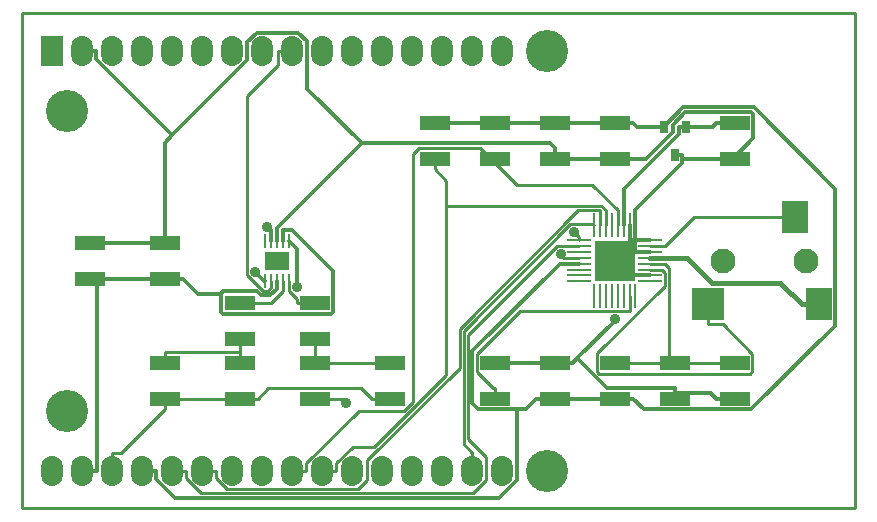
<source format=gbl>
%TF.GenerationSoftware,KiCad,Pcbnew,no-vcs-found-72d4889~60~ubuntu16.04.1*%
%TF.CreationDate,2017-10-19T13:37:08-04:00*%
%TF.ProjectId,audio_controller_3x2,617564696F5F636F6E74726F6C6C6572,1.2*%
%TF.SameCoordinates,Original*%
%TF.FileFunction,Copper,L2,Bot,Signal*%
%TF.FilePolarity,Positive*%
%FSLAX46Y46*%
G04 Gerber Fmt 4.6, Leading zero omitted, Abs format (unit mm)*
G04 Created by KiCad (PCBNEW no-vcs-found-72d4889~60~ubuntu16.04.1) date Thu Oct 19 13:37:08 2017*
%MOMM*%
%LPD*%
G01*
G04 APERTURE LIST*
%TA.AperFunction,NonConductor*%
%ADD10C,0.228600*%
%TD*%
%TA.AperFunction,SMDPad,CuDef*%
%ADD11R,0.250000X1.200000*%
%TD*%
%TA.AperFunction,SMDPad,CuDef*%
%ADD12R,2.000000X1.600000*%
%TD*%
%TA.AperFunction,ComponentPad*%
%ADD13C,3.556000*%
%TD*%
%TA.AperFunction,ComponentPad*%
%ADD14O,1.854200X2.540000*%
%TD*%
%TA.AperFunction,ComponentPad*%
%ADD15R,1.854200X2.540000*%
%TD*%
%TA.AperFunction,ComponentPad*%
%ADD16R,3.400000X3.400000*%
%TD*%
%TA.AperFunction,SMDPad,CuDef*%
%ADD17R,0.250000X2.000000*%
%TD*%
%TA.AperFunction,SMDPad,CuDef*%
%ADD18R,2.000000X0.250000*%
%TD*%
%TA.AperFunction,SMDPad,CuDef*%
%ADD19R,2.540000X1.270000*%
%TD*%
%TA.AperFunction,ComponentPad*%
%ADD20C,2.100000*%
%TD*%
%TA.AperFunction,SMDPad,CuDef*%
%ADD21R,2.800000X2.800000*%
%TD*%
%TA.AperFunction,SMDPad,CuDef*%
%ADD22R,2.200000X2.800000*%
%TD*%
%TA.AperFunction,SMDPad,CuDef*%
%ADD23R,0.701040X1.000760*%
%TD*%
%TA.AperFunction,ViaPad*%
%ADD24C,0.889000*%
%TD*%
%TA.AperFunction,Conductor*%
%ADD25C,0.304800*%
%TD*%
%TA.AperFunction,Conductor*%
%ADD26C,0.254000*%
%TD*%
%TA.AperFunction,Conductor*%
%ADD27C,0.355600*%
%TD*%
%TA.AperFunction,Conductor*%
%ADD28C,0.406400*%
%TD*%
G04 APERTURE END LIST*
D10*
X156210000Y-67945000D02*
X85725000Y-67945000D01*
X156210000Y-109855000D02*
X156210000Y-67945000D01*
X85725000Y-109855000D02*
X156210000Y-109855000D01*
X85725000Y-67945000D02*
X85725000Y-109855000D01*
D11*
%TO.P,U3,1*%
%TO.N,Net-(C10-Pad2)*%
X108315000Y-90600000D03*
%TO.P,U3,2*%
%TO.N,Net-(C11-Pad2)*%
X107815000Y-90600000D03*
%TO.P,U3,3*%
%TO.N,VEE*%
X107315000Y-90600000D03*
%TO.P,U3,4*%
%TO.N,/PCB_SPEAKER_ENABLE*%
X106815000Y-90600000D03*
%TO.P,U3,5*%
%TO.N,VEE*%
X106315000Y-90600000D03*
%TO.P,U3,6*%
%TO.N,Net-(U3-Pad6)*%
X106315000Y-87200000D03*
%TO.P,U3,7*%
%TO.N,/AMP-*%
X106815000Y-87200000D03*
%TO.P,U3,8*%
%TO.N,GND*%
X107315000Y-87200000D03*
%TO.P,U3,9*%
%TO.N,VEE*%
X107815000Y-87200000D03*
%TO.P,U3,10*%
%TO.N,/AMP+*%
X108315000Y-87200000D03*
D12*
%TO.P,U3,*%
%TO.N,*%
X107315000Y-88900000D03*
%TD*%
D13*
%TO.P,MDB1,*%
%TO.N,*%
X130175000Y-71120000D03*
X130175000Y-106680000D03*
X89535000Y-101600000D03*
X89535000Y-76200000D03*
D14*
%TO.P,MDB1,AREF*%
%TO.N,N/C*%
X88265000Y-106680000D03*
%TO.P,MDB1,VEE*%
%TO.N,VEE*%
X90805000Y-106680000D03*
%TO.P,MDB1,AGND*%
%TO.N,/AGND*%
X93345000Y-106680000D03*
%TO.P,MDB1,3V3*%
%TO.N,+3V3*%
X95885000Y-106680000D03*
%TO.P,MDB1,23*%
%TO.N,/LRCLK*%
X98425000Y-106680000D03*
%TO.P,MDB1,22*%
%TO.N,/I2STX*%
X100965000Y-106680000D03*
%TO.P,MDB1,21*%
%TO.N,N/C*%
X103505000Y-106680000D03*
%TO.P,MDB1,20*%
X106045000Y-106680000D03*
%TO.P,MDB1,19*%
%TO.N,/SCL*%
X108585000Y-106680000D03*
%TO.P,MDB1,18*%
%TO.N,/SDA*%
X111125000Y-106680000D03*
%TO.P,MDB1,17*%
%TO.N,N/C*%
X113665000Y-106680000D03*
%TO.P,MDB1,16*%
X116205000Y-106680000D03*
%TO.P,MDB1,15*%
X118745000Y-106680000D03*
%TO.P,MDB1,14*%
X121285000Y-106680000D03*
%TO.P,MDB1,13*%
%TO.N,/I2SRX*%
X123825000Y-106680000D03*
%TO.P,MDB1,DAC*%
%TO.N,/DAC*%
X126365000Y-106680000D03*
%TO.P,MDB1,28*%
%TO.N,N/C*%
X126365000Y-71120000D03*
%TO.P,MDB1,12*%
X123825000Y-71120000D03*
%TO.P,MDB1,11*%
%TO.N,/MCLK*%
X121285000Y-71120000D03*
%TO.P,MDB1,10*%
%TO.N,N/C*%
X118745000Y-71120000D03*
%TO.P,MDB1,9*%
%TO.N,/BCLK*%
X116205000Y-71120000D03*
%TO.P,MDB1,29*%
%TO.N,N/C*%
X113665000Y-71120000D03*
%TO.P,MDB1,30*%
X111125000Y-71120000D03*
%TO.P,MDB1,6*%
%TO.N,/PCB_SPEAKER_ENABLE*%
X108585000Y-71120000D03*
%TO.P,MDB1,5*%
%TO.N,N/C*%
X106045000Y-71120000D03*
%TO.P,MDB1,4*%
X103505000Y-71120000D03*
%TO.P,MDB1,3*%
X100965000Y-71120000D03*
%TO.P,MDB1,2*%
X98425000Y-71120000D03*
%TO.P,MDB1,25*%
X95885000Y-71120000D03*
D15*
%TO.P,MDB1,VDD*%
X88265000Y-71120000D03*
D14*
%TO.P,MDB1,24*%
X93345000Y-71120000D03*
%TO.P,MDB1,GND*%
%TO.N,GND*%
X90805000Y-71120000D03*
%TD*%
D16*
%TO.P,U1,PAD*%
%TO.N,GND*%
X135890000Y-88900000D03*
D17*
%TO.P,U1,25*%
%TO.N,/I2SRX*%
X134140000Y-85900000D03*
%TO.P,U1,26*%
%TO.N,/I2STX*%
X134640000Y-85900000D03*
%TO.P,U1,27*%
%TO.N,/SDA*%
X135140000Y-85900000D03*
%TO.P,U1,28*%
%TO.N,N/C*%
X135640000Y-85900000D03*
%TO.P,U1,29*%
%TO.N,/SCL*%
X136140000Y-85900000D03*
%TO.P,U1,30*%
%TO.N,+1V5*%
X136640000Y-85900000D03*
%TO.P,U1,31*%
%TO.N,GND*%
X137140000Y-85900000D03*
%TO.P,U1,32*%
X137640000Y-85900000D03*
%TO.P,U1,9*%
%TO.N,N/C*%
X137640000Y-91900000D03*
%TO.P,U1,10*%
%TO.N,Net-(C4-Pad1)*%
X137140000Y-91900000D03*
%TO.P,U1,11*%
%TO.N,N/C*%
X136640000Y-91900000D03*
%TO.P,U1,12*%
X136140000Y-91900000D03*
%TO.P,U1,13*%
X135640000Y-91900000D03*
%TO.P,U1,14*%
X135140000Y-91900000D03*
%TO.P,U1,15*%
X134640000Y-91900000D03*
%TO.P,U1,16*%
X134140000Y-91900000D03*
D18*
%TO.P,U1,1*%
%TO.N,GND*%
X138890000Y-87150000D03*
%TO.P,U1,2*%
%TO.N,/HP_R*%
X138890000Y-87650000D03*
%TO.P,U1,3*%
%TO.N,GND*%
X138890000Y-88150000D03*
%TO.P,U1,4*%
%TO.N,/HP_VGND*%
X138890000Y-88650000D03*
%TO.P,U1,5*%
%TO.N,Net-(C2-Pad1)*%
X138890000Y-89150000D03*
%TO.P,U1,6*%
%TO.N,/HP_L*%
X138890000Y-89650000D03*
%TO.P,U1,7*%
%TO.N,GND*%
X138890000Y-90150000D03*
%TO.P,U1,8*%
%TO.N,N/C*%
X138890000Y-90650000D03*
%TO.P,U1,17*%
X132890000Y-90650000D03*
%TO.P,U1,18*%
X132890000Y-90150000D03*
%TO.P,U1,19*%
X132890000Y-89650000D03*
%TO.P,U1,20*%
%TO.N,+3V3*%
X132890000Y-89150000D03*
%TO.P,U1,21*%
%TO.N,/MCLK*%
X132890000Y-88650000D03*
%TO.P,U1,22*%
%TO.N,N/C*%
X132890000Y-88150000D03*
%TO.P,U1,23*%
%TO.N,/LRCLK*%
X132890000Y-87650000D03*
%TO.P,U1,24*%
%TO.N,/BCLK*%
X132890000Y-87150000D03*
%TD*%
D19*
%TO.P,C1,2*%
%TO.N,GND*%
X130810000Y-97536000D03*
%TO.P,C1,1*%
%TO.N,+3V3*%
X130810000Y-100584000D03*
%TD*%
%TO.P,C2,1*%
%TO.N,Net-(C2-Pad1)*%
X146050000Y-97536000D03*
%TO.P,C2,2*%
%TO.N,GND*%
X146050000Y-100584000D03*
%TD*%
%TO.P,C3,2*%
%TO.N,GND*%
X140970000Y-100584000D03*
%TO.P,C3,1*%
%TO.N,Net-(C2-Pad1)*%
X140970000Y-97536000D03*
%TD*%
%TO.P,C4,1*%
%TO.N,Net-(C4-Pad1)*%
X125730000Y-100584000D03*
%TO.P,C4,2*%
%TO.N,GND*%
X125730000Y-97536000D03*
%TD*%
%TO.P,C5,2*%
%TO.N,GND*%
X130810000Y-80264000D03*
%TO.P,C5,1*%
%TO.N,+3V3*%
X130810000Y-77216000D03*
%TD*%
%TO.P,C6,1*%
%TO.N,+3V3*%
X135890000Y-77216000D03*
%TO.P,C6,2*%
%TO.N,GND*%
X135890000Y-80264000D03*
%TD*%
%TO.P,C7,2*%
%TO.N,GND*%
X146050000Y-80264000D03*
%TO.P,C7,1*%
%TO.N,+1V5*%
X146050000Y-77216000D03*
%TD*%
D20*
%TO.P,J1,*%
%TO.N,*%
X145075000Y-88900000D03*
X152075000Y-88900000D03*
D21*
%TO.P,J1,2*%
%TO.N,/HP_L*%
X143775000Y-92600000D03*
D22*
%TO.P,J1,3*%
%TO.N,/HP_R*%
X151175000Y-85200000D03*
%TO.P,J1,1*%
%TO.N,/HP_VGND*%
X153175000Y-92600000D03*
%TD*%
D19*
%TO.P,L1,1*%
%TO.N,+3V3*%
X135890000Y-100584000D03*
%TO.P,L1,2*%
%TO.N,Net-(C2-Pad1)*%
X135890000Y-97536000D03*
%TD*%
%TO.P,R1,1*%
%TO.N,+3V3*%
X125730000Y-77216000D03*
%TO.P,R1,2*%
%TO.N,/SCL*%
X125730000Y-80264000D03*
%TD*%
%TO.P,R2,2*%
%TO.N,/SDA*%
X120650000Y-80264000D03*
%TO.P,R2,1*%
%TO.N,+3V3*%
X120650000Y-77216000D03*
%TD*%
D23*
%TO.P,U2,1*%
%TO.N,+3V3*%
X140020040Y-77541120D03*
%TO.P,U2,2*%
%TO.N,+1V5*%
X141919960Y-77541120D03*
%TO.P,U2,3*%
%TO.N,GND*%
X140970000Y-79938880D03*
%TD*%
D19*
%TO.P,C8,1*%
%TO.N,Net-(C10-Pad1)*%
X116840000Y-97536000D03*
%TO.P,C8,2*%
%TO.N,/AGND*%
X116840000Y-100584000D03*
%TD*%
%TO.P,C9,2*%
%TO.N,/AGND*%
X97790000Y-100584000D03*
%TO.P,C9,1*%
%TO.N,Net-(C11-Pad1)*%
X97790000Y-97536000D03*
%TD*%
%TO.P,C10,2*%
%TO.N,Net-(C10-Pad2)*%
X110490000Y-92456000D03*
%TO.P,C10,1*%
%TO.N,Net-(C10-Pad1)*%
X110490000Y-95504000D03*
%TD*%
%TO.P,C11,1*%
%TO.N,Net-(C11-Pad1)*%
X104140000Y-95504000D03*
%TO.P,C11,2*%
%TO.N,Net-(C11-Pad2)*%
X104140000Y-92456000D03*
%TD*%
%TO.P,C12,1*%
%TO.N,VEE*%
X91440000Y-90424000D03*
%TO.P,C12,2*%
%TO.N,GND*%
X91440000Y-87376000D03*
%TD*%
%TO.P,C13,1*%
%TO.N,VEE*%
X97790000Y-90424000D03*
%TO.P,C13,2*%
%TO.N,GND*%
X97790000Y-87376000D03*
%TD*%
%TO.P,R3,2*%
%TO.N,/DAC*%
X110490000Y-100584000D03*
%TO.P,R3,1*%
%TO.N,Net-(C10-Pad1)*%
X110490000Y-97536000D03*
%TD*%
%TO.P,R4,1*%
%TO.N,Net-(C11-Pad1)*%
X104140000Y-97536000D03*
%TO.P,R4,2*%
%TO.N,/AGND*%
X104140000Y-100584000D03*
%TD*%
D24*
%TO.N,GND*%
X135890000Y-93828400D03*
%TO.N,/BCLK*%
X132463200Y-86474400D03*
%TO.N,/MCLK*%
X131341500Y-88359900D03*
%TO.N,VEE*%
X105455100Y-89842800D03*
%TO.N,/DAC*%
X113145000Y-100943900D03*
%TO.N,/AMP-*%
X106416000Y-86043500D03*
%TO.N,/AMP+*%
X109013900Y-91164600D03*
%TD*%
D25*
%TO.N,GND*%
X137640000Y-85900000D02*
X137640000Y-86539700D01*
X137140000Y-85900000D02*
X137140000Y-87179400D01*
X138890000Y-87150000D02*
X137610600Y-87150000D01*
X137610600Y-86569100D02*
X137640000Y-86539700D01*
X137610600Y-87150000D02*
X137610600Y-86569100D01*
X91440000Y-87376000D02*
X97790000Y-87376000D01*
X125730000Y-97536000D02*
X130810000Y-97536000D01*
X135890000Y-80264000D02*
X132359400Y-80264000D01*
X130810000Y-97536000D02*
X132359400Y-97536000D01*
X140970000Y-100584000D02*
X140970000Y-100126800D01*
X140970000Y-100126800D02*
X140970000Y-99669600D01*
X144043400Y-100126800D02*
X144500600Y-100584000D01*
X140970000Y-100126800D02*
X144043400Y-100126800D01*
X146050000Y-100584000D02*
X144500600Y-100584000D01*
X135217900Y-99669600D02*
X140970000Y-99669600D01*
X132721900Y-97173500D02*
X135217900Y-99669600D01*
X132359400Y-97536000D02*
X132721900Y-97173500D01*
X90805000Y-71120000D02*
X92011500Y-71120000D01*
X92011500Y-71817100D02*
X92011500Y-71120000D01*
X98441100Y-78246700D02*
X92011500Y-71817100D01*
X97790000Y-78897800D02*
X97790000Y-87376000D01*
X98441100Y-78246700D02*
X97790000Y-78897800D01*
X146050000Y-80264000D02*
X145900600Y-80264000D01*
X138519000Y-80264000D02*
X135890000Y-80264000D01*
X140797200Y-77985800D02*
X138519000Y-80264000D01*
X140797200Y-77393800D02*
X140797200Y-77985800D01*
X141864400Y-76326600D02*
X140797200Y-77393800D01*
X147425300Y-76326600D02*
X141864400Y-76326600D01*
X147614500Y-76515800D02*
X147425300Y-76326600D01*
X147614500Y-78550100D02*
X147614500Y-76515800D01*
X145900600Y-80264000D02*
X147614500Y-78550100D01*
X138890000Y-88150000D02*
X137610600Y-88150000D01*
X137140000Y-87179400D02*
X137581200Y-87179400D01*
X137581200Y-87179400D02*
X137610600Y-87150000D01*
X137640000Y-85900000D02*
X137640000Y-84620600D01*
X141614300Y-80264000D02*
X145900600Y-80264000D01*
X141599900Y-80249600D02*
X141614300Y-80264000D01*
X141599900Y-79938900D02*
X141599900Y-80249600D01*
X141614300Y-80646300D02*
X137640000Y-84620600D01*
X141614300Y-80264000D02*
X141614300Y-80646300D01*
X140970000Y-79938900D02*
X141599900Y-79938900D01*
X137581200Y-88120600D02*
X137610600Y-88150000D01*
X137581200Y-87179400D02*
X137581200Y-88120600D01*
X136901600Y-88900000D02*
X135890000Y-88900000D01*
X136901600Y-89441000D02*
X137610600Y-90150000D01*
X136901600Y-88900000D02*
X136901600Y-89441000D01*
X138890000Y-90150000D02*
X137610600Y-90150000D01*
X136901600Y-88859000D02*
X136901600Y-88900000D01*
X137610600Y-88150000D02*
X136901600Y-88859000D01*
X135890000Y-94005400D02*
X135890000Y-93828400D01*
X132721900Y-97173500D02*
X135890000Y-94005400D01*
X131584700Y-80264000D02*
X132359400Y-80264000D01*
X131584700Y-80264000D02*
X130810000Y-80264000D01*
X130810000Y-80264000D02*
X130810000Y-79349600D01*
X104775000Y-71912800D02*
X98441100Y-78246700D01*
X104775000Y-70373400D02*
X104775000Y-71912800D01*
X105565200Y-69583200D02*
X104775000Y-70373400D01*
X109104200Y-69583200D02*
X105565200Y-69583200D01*
X109855000Y-70334000D02*
X109104200Y-69583200D01*
X109855000Y-74368600D02*
X109855000Y-70334000D01*
X114454700Y-78968300D02*
X109855000Y-74368600D01*
X130428700Y-78968300D02*
X114454700Y-78968300D01*
X130810000Y-79349600D02*
X130428700Y-78968300D01*
X107315000Y-86108000D02*
X107315000Y-87200000D01*
X114454700Y-78968300D02*
X107315000Y-86108000D01*
%TO.N,+3V3*%
X125730000Y-77216000D02*
X120650000Y-77216000D01*
X135890000Y-77216000D02*
X137439400Y-77216000D01*
X135890000Y-100584000D02*
X130810000Y-100584000D01*
X130810000Y-100584000D02*
X129260600Y-100584000D01*
X95885000Y-106680000D02*
X97091500Y-106680000D01*
X128371200Y-101473400D02*
X127581000Y-101473400D01*
X129260600Y-100584000D02*
X128371200Y-101473400D01*
X131272900Y-89150000D02*
X132890000Y-89150000D01*
X123841900Y-96581000D02*
X131272900Y-89150000D01*
X123841900Y-100964500D02*
X123841900Y-96581000D01*
X124350800Y-101473400D02*
X123841900Y-100964500D01*
X127581000Y-101473400D02*
X124350800Y-101473400D01*
X135890000Y-77216000D02*
X130810000Y-77216000D01*
X130810000Y-77216000D02*
X125730000Y-77216000D01*
X127581000Y-107478700D02*
X127581000Y-101473400D01*
X126101600Y-108958100D02*
X127581000Y-107478700D01*
X98632100Y-108958100D02*
X126101600Y-108958100D01*
X97091500Y-107417500D02*
X98632100Y-108958100D01*
X97091500Y-106680000D02*
X97091500Y-107417500D01*
X135890000Y-100584000D02*
X137439400Y-100584000D01*
X137764500Y-77541100D02*
X137439400Y-77216000D01*
X140020000Y-77541100D02*
X137764500Y-77541100D01*
X138328800Y-101473400D02*
X137439400Y-100584000D01*
X147448700Y-101473400D02*
X138328800Y-101473400D01*
X154529400Y-94392700D02*
X147448700Y-101473400D01*
X154529400Y-82797000D02*
X154529400Y-94392700D01*
X147645000Y-75912600D02*
X154529400Y-82797000D01*
X141648500Y-75912600D02*
X147645000Y-75912600D01*
X140020000Y-77541100D02*
X141648500Y-75912600D01*
D26*
%TO.N,Net-(C2-Pad1)*%
X146050000Y-97536000D02*
X140970000Y-97536000D01*
X138890000Y-89150000D02*
X140144000Y-89150000D01*
X140499900Y-89505900D02*
X140144000Y-89150000D01*
X140499900Y-97536000D02*
X140499900Y-89505900D01*
X135890000Y-97536000D02*
X140499900Y-97536000D01*
X140499900Y-97536000D02*
X140970000Y-97536000D01*
%TO.N,Net-(C4-Pad1)*%
X127883300Y-93154000D02*
X137140000Y-93154000D01*
X124231000Y-96806300D02*
X127883300Y-93154000D01*
X124231000Y-98307100D02*
X124231000Y-96806300D01*
X125618900Y-99695000D02*
X124231000Y-98307100D01*
X125730000Y-99695000D02*
X125618900Y-99695000D01*
X125730000Y-100584000D02*
X125730000Y-99695000D01*
X137140000Y-91900000D02*
X137140000Y-93154000D01*
D25*
%TO.N,+1V5*%
X146050000Y-77216000D02*
X144500600Y-77216000D01*
X144175500Y-77541100D02*
X144500600Y-77216000D01*
X141920000Y-77541100D02*
X144175500Y-77541100D01*
X136640000Y-82821100D02*
X136640000Y-85900000D01*
X141290100Y-78171000D02*
X136640000Y-82821100D01*
X141290100Y-77541100D02*
X141290100Y-78171000D01*
X141920000Y-77541100D02*
X141290100Y-77541100D01*
D26*
%TO.N,/HP_L*%
X139872600Y-89650000D02*
X138890000Y-89650000D01*
X140131500Y-89908900D02*
X139872600Y-89650000D01*
X140131500Y-91009100D02*
X140131500Y-89908900D01*
X134391000Y-96749600D02*
X140131500Y-91009100D01*
X134391000Y-98286900D02*
X134391000Y-96749600D01*
X134563000Y-98458900D02*
X134391000Y-98286900D01*
X147363500Y-98458900D02*
X134563000Y-98458900D01*
X147549000Y-98273400D02*
X147363500Y-98458900D01*
X147549000Y-96787500D02*
X147549000Y-98273400D01*
X145015500Y-94254000D02*
X147549000Y-96787500D01*
X143775000Y-94254000D02*
X145015500Y-94254000D01*
X143775000Y-92600000D02*
X143775000Y-94254000D01*
%TO.N,/HP_R*%
X142594000Y-85200000D02*
X140144000Y-87650000D01*
X149821000Y-85200000D02*
X142594000Y-85200000D01*
X151175000Y-85200000D02*
X149821000Y-85200000D01*
X138890000Y-87650000D02*
X140144000Y-87650000D01*
%TO.N,/BCLK*%
X132890000Y-86901200D02*
X132463200Y-86474400D01*
X132890000Y-87150000D02*
X132890000Y-86901200D01*
%TO.N,/MCLK*%
X131631600Y-88650000D02*
X131341500Y-88359900D01*
X132890000Y-88650000D02*
X131631600Y-88650000D01*
%TO.N,/I2SRX*%
X123825000Y-106680000D02*
X123825000Y-105156000D01*
X134029100Y-85789100D02*
X134140000Y-85900000D01*
X132139100Y-85789100D02*
X134029100Y-85789100D01*
X123104500Y-94823700D02*
X132139100Y-85789100D01*
X123104500Y-104435500D02*
X123104500Y-94823700D01*
X123825000Y-105156000D02*
X123104500Y-104435500D01*
%TO.N,/SDA*%
X120650000Y-80264000D02*
X120650000Y-81153000D01*
X111125000Y-106680000D02*
X112306100Y-106680000D01*
X135140000Y-84638400D02*
X135140000Y-85900000D01*
X134745500Y-84243900D02*
X135140000Y-84638400D01*
X121610300Y-84243900D02*
X134745500Y-84243900D01*
X121610300Y-82113300D02*
X121610300Y-84243900D01*
X120650000Y-81153000D02*
X121610300Y-82113300D01*
X112306100Y-106055800D02*
X112306100Y-106680000D01*
X113702700Y-104659200D02*
X112306100Y-106055800D01*
X115519600Y-104659200D02*
X113702700Y-104659200D01*
X121610300Y-98568500D02*
X115519600Y-104659200D01*
X121610300Y-84243900D02*
X121610300Y-98568500D01*
%TO.N,/SCL*%
X125730000Y-80264000D02*
X125730000Y-80606900D01*
X108585000Y-106680000D02*
X109766100Y-106680000D01*
X109766100Y-106055800D02*
X109766100Y-106680000D01*
X114204500Y-101617400D02*
X109766100Y-106055800D01*
X118054300Y-101617400D02*
X114204500Y-101617400D01*
X118795300Y-100876400D02*
X118054300Y-101617400D01*
X118795300Y-79890000D02*
X118795300Y-100876400D01*
X119285300Y-79400000D02*
X118795300Y-79890000D01*
X124523100Y-79400000D02*
X119285300Y-79400000D01*
X125730000Y-80606900D02*
X124523100Y-79400000D01*
X127631000Y-82507900D02*
X125730000Y-80606900D01*
X134001900Y-82507900D02*
X127631000Y-82507900D01*
X136140000Y-84646000D02*
X134001900Y-82507900D01*
X136140000Y-85900000D02*
X136140000Y-84646000D01*
%TO.N,/I2STX*%
X102146100Y-107304200D02*
X102146100Y-106680000D01*
X103048200Y-108206300D02*
X102146100Y-107304200D01*
X114166100Y-108206300D02*
X103048200Y-108206300D01*
X114935000Y-107437400D02*
X114166100Y-108206300D01*
X114935000Y-105805800D02*
X114935000Y-107437400D01*
X122748500Y-97992300D02*
X114935000Y-105805800D01*
X122748500Y-94651200D02*
X122748500Y-97992300D01*
X132753700Y-84646000D02*
X122748500Y-94651200D01*
X134640000Y-84646000D02*
X132753700Y-84646000D01*
X134640000Y-85900000D02*
X134640000Y-84646000D01*
X100965000Y-106680000D02*
X102146100Y-106680000D01*
%TO.N,/LRCLK*%
X98425000Y-106680000D02*
X99606100Y-106680000D01*
X131016000Y-87650000D02*
X132890000Y-87650000D01*
X123460500Y-95205500D02*
X131016000Y-87650000D01*
X123460500Y-104016600D02*
X123460500Y-95205500D01*
X124996300Y-105552400D02*
X123460500Y-104016600D01*
X124996300Y-107487800D02*
X124996300Y-105552400D01*
X123921800Y-108562300D02*
X124996300Y-107487800D01*
X100864200Y-108562300D02*
X123921800Y-108562300D01*
X99606100Y-107304200D02*
X100864200Y-108562300D01*
X99606100Y-106680000D02*
X99606100Y-107304200D01*
D27*
%TO.N,VEE*%
X97790000Y-90424000D02*
X99364800Y-90424000D01*
X107815000Y-87200000D02*
X107815000Y-86295200D01*
X100617900Y-91677100D02*
X102590200Y-91677100D01*
X99364800Y-90424000D02*
X100617900Y-91677100D01*
X108555300Y-86295200D02*
X107815000Y-86295200D01*
X112044500Y-89784400D02*
X108555300Y-86295200D01*
X112044500Y-93205600D02*
X112044500Y-89784400D01*
X111879300Y-93370800D02*
X112044500Y-93205600D01*
X102696000Y-93370800D02*
X111879300Y-93370800D01*
X102590200Y-93265000D02*
X102696000Y-93370800D01*
X102590200Y-91677100D02*
X102590200Y-93265000D01*
X106212300Y-90600000D02*
X106315000Y-90600000D01*
X105455100Y-89842800D02*
X106212300Y-90600000D01*
X107315000Y-91259800D02*
X107315000Y-90600000D01*
X106739200Y-91835600D02*
X107315000Y-91259800D01*
X105926800Y-91835600D02*
X106739200Y-91835600D01*
X105596000Y-91504800D02*
X105926800Y-91835600D01*
X102762500Y-91504800D02*
X105596000Y-91504800D01*
X102590200Y-91677100D02*
X102762500Y-91504800D01*
X90805000Y-106680000D02*
X92036900Y-106680000D01*
X92036900Y-90424000D02*
X92036900Y-106680000D01*
X91440000Y-90424000D02*
X92036900Y-90424000D01*
X92036900Y-90424000D02*
X97790000Y-90424000D01*
D26*
%TO.N,Net-(C10-Pad1)*%
X110490000Y-95504000D02*
X110490000Y-96393000D01*
X110490000Y-97536000D02*
X110490000Y-96393000D01*
X116840000Y-97536000D02*
X110490000Y-97536000D01*
%TO.N,/AGND*%
X94107000Y-105156000D02*
X93345000Y-105156000D01*
X97790000Y-101473000D02*
X94107000Y-105156000D01*
X97790000Y-100584000D02*
X97790000Y-101473000D01*
X93345000Y-106680000D02*
X93345000Y-105156000D01*
X97790000Y-100584000D02*
X104140000Y-100584000D01*
X114443800Y-99711800D02*
X115316000Y-100584000D01*
X106536200Y-99711800D02*
X114443800Y-99711800D01*
X105664000Y-100584000D02*
X106536200Y-99711800D01*
X104140000Y-100584000D02*
X105664000Y-100584000D01*
X116840000Y-100584000D02*
X115316000Y-100584000D01*
%TO.N,Net-(C11-Pad1)*%
X97790000Y-97536000D02*
X97790000Y-96647000D01*
X104140000Y-96647000D02*
X97790000Y-96647000D01*
X104140000Y-97536000D02*
X104140000Y-96647000D01*
X104140000Y-96647000D02*
X104140000Y-95504000D01*
%TO.N,Net-(C10-Pad2)*%
X108966000Y-92105000D02*
X108315000Y-91454000D01*
X108966000Y-92456000D02*
X108966000Y-92105000D01*
X110490000Y-92456000D02*
X108966000Y-92456000D01*
X108315000Y-90600000D02*
X108315000Y-91454000D01*
%TO.N,Net-(C11-Pad2)*%
X106813000Y-92456000D02*
X107815000Y-91454000D01*
X104140000Y-92456000D02*
X106813000Y-92456000D01*
X107815000Y-90600000D02*
X107815000Y-91454000D01*
%TO.N,/DAC*%
X112785100Y-100584000D02*
X113145000Y-100943900D01*
X110490000Y-100584000D02*
X112785100Y-100584000D01*
%TO.N,/PCB_SPEAKER_ENABLE*%
X106815000Y-91148700D02*
X106815000Y-90600000D01*
X106534800Y-91428900D02*
X106815000Y-91148700D01*
X106095200Y-91428900D02*
X106534800Y-91428900D01*
X105641800Y-90975500D02*
X106095200Y-91428900D01*
X105590800Y-90975500D02*
X105641800Y-90975500D01*
X104744400Y-90129100D02*
X105590800Y-90975500D01*
X104744400Y-74960600D02*
X104744400Y-90129100D01*
X107403900Y-72301100D02*
X104744400Y-74960600D01*
X107403900Y-71120000D02*
X107403900Y-72301100D01*
X108585000Y-71120000D02*
X107403900Y-71120000D01*
D27*
%TO.N,/AMP-*%
X106667700Y-86295200D02*
X106416000Y-86043500D01*
X106815000Y-86295200D02*
X106667700Y-86295200D01*
X106815000Y-87200000D02*
X106815000Y-86295200D01*
%TO.N,/AMP+*%
X109013900Y-87898900D02*
X109013900Y-91164600D01*
X108315000Y-87200000D02*
X109013900Y-87898900D01*
D28*
%TO.N,/HP_VGND*%
X142028100Y-88650000D02*
X138890000Y-88650000D01*
X144132900Y-90754800D02*
X142028100Y-88650000D01*
X149899600Y-90754800D02*
X144132900Y-90754800D01*
X151744800Y-92600000D02*
X149899600Y-90754800D01*
X153175000Y-92600000D02*
X151744800Y-92600000D01*
%TD*%
M02*

</source>
